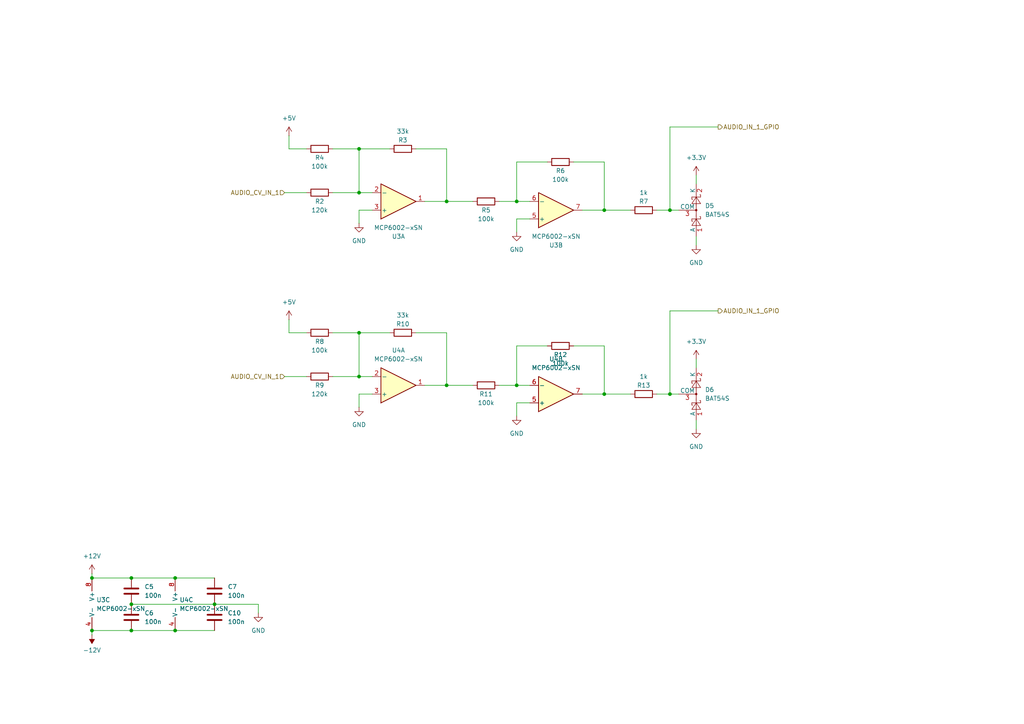
<source format=kicad_sch>
(kicad_sch (version 20250114) (generator "eeschema") (generator_version "9.0")
  (paper "A4")
  (lib_symbols
    (symbol "Amplifier_Operational:MCP6002-xSN" (pin_names (offset 0.127))
      (property "Reference" "U" (at 0 5.08 0))
      (property "Value" "MCP6002-xSN" (at 0 -5.08 0))
      (symbol "MCP6002-xSN_1_1"
        (polyline (pts (xy -5.08 5.08) (xy 5.08 0) (xy -5.08 -5.08) (xy -5.08 5.08)) (stroke (width 0.254)) (fill (type background)))
        (pin input line (at -7.62 2.54 0) (length 2.54) (name "+") (number "3"))
        (pin input line (at -7.62 -2.54 0) (length 2.54) (name "-") (number "2"))
        (pin output line (at 7.62 0 180) (length 2.54) (name "~") (number "1"))
      )
      (symbol "MCP6002-xSN_2_1"
        (polyline (pts (xy -5.08 5.08) (xy 5.08 0) (xy -5.08 -5.08) (xy -5.08 5.08)) (stroke (width 0.254)) (fill (type background)))
        (pin input line (at -7.62 2.54 0) (length 2.54) (name "+") (number "5"))
        (pin input line (at -7.62 -2.54 0) (length 2.54) (name "-") (number "6"))
        (pin output line (at 7.62 0 180) (length 2.54) (name "~") (number "7"))
      )
      (symbol "MCP6002-xSN_3_1"
        (pin power_in line (at -2.54 7.62 270) (length 3.81) (name "V+") (number "8"))
        (pin power_in line (at -2.54 -7.62 90) (length 3.81) (name "V-") (number "4"))
      )
    )
    (symbol "Device:C" (pin_numbers (hide yes)) (pin_names (offset 0.254))
      (property "Reference" "C" (at 0.635 2.54 0))
      (property "Value" "C" (at 0.635 -2.54 0))
      (symbol "C_0_1"
        (polyline (pts (xy -2.032 0.762) (xy 2.032 0.762)) (stroke (width 0.508)))
        (polyline (pts (xy -2.032 -0.762) (xy 2.032 -0.762)) (stroke (width 0.508)))
      )
      (symbol "C_1_1"
        (pin passive line (at 0 3.81 270) (length 2.794) (name "~") (number "1"))
        (pin passive line (at 0 -3.81 90) (length 2.794) (name "~") (number "2"))
      )
    )
    (symbol "Device:R" (pin_numbers (hide yes)) (pin_names (offset 0))
      (property "Reference" "R" (at 2.032 0 90))
      (property "Value" "R" (at 0 0 90))
      (symbol "R_0_1"
        (rectangle (start -1.016 -2.54) (end 1.016 2.54) (stroke (width 0.254)))
      )
      (symbol "R_1_1"
        (pin passive line (at 0 3.81 270) (length 1.27) (name "~") (number "1"))
        (pin passive line (at 0 -3.81 90) (length 1.27) (name "~") (number "2"))
      )
    )
    (symbol "Diode:BAT54S" (pin_names (offset 0))
      (property "Reference" "D" (at 2.54 -5.08 0))
      (property "Value" "BAT54S" (at -6.35 3.175 0))
      (symbol "BAT54S_0_1"
        (polyline (pts (xy -4.445 1.27) (xy -4.445 -1.27) (xy -2.54 0) (xy -4.445 1.27)))
        (polyline (pts (xy -3.81 0) (xy -1.27 0)))
        (polyline (pts (xy -3.175 -1.27) (xy -3.175 -1.016)))
        (polyline (pts (xy -2.54 1.27) (xy -1.905 1.27)))
        (polyline (pts (xy -2.54 -1.27) (xy -3.175 -1.27)))
        (polyline (pts (xy -2.54 -1.27) (xy -2.54 1.27)))
        (polyline (pts (xy -1.905 1.27) (xy -1.905 1.016)))
        (polyline (pts (xy -1.905 0) (xy 1.905 0)))
        (circle (center 0 0) (radius 0.254) (fill (type outline)))
        (polyline (pts (xy 1.27 0) (xy 3.81 0)))
        (polyline (pts (xy 1.905 1.27) (xy 1.905 -1.27) (xy 3.81 0) (xy 1.905 1.27)))
        (polyline (pts (xy 3.175 -1.27) (xy 3.175 -1.016)))
        (polyline (pts (xy 3.81 1.27) (xy 4.445 1.27)))
        (polyline (pts (xy 3.81 -1.27) (xy 3.175 -1.27)))
        (polyline (pts (xy 3.81 -1.27) (xy 3.81 1.27)))
        (polyline (pts (xy 4.445 1.27) (xy 4.445 1.016)))
      )
      (symbol "BAT54S_1_1"
        (pin passive line (at -7.62 0 0) (length 3.81) (name "A") (number "1"))
        (pin passive line (at 0 -5.08 90) (length 5.08) (name "COM") (number "3"))
        (pin passive line (at 7.62 0 180) (length 3.81) (name "K") (number "2"))
      )
    )
    (symbol "power:+12V" (power) (pin_numbers (hide yes)) (pin_names (offset 0) (hide yes))
      (property "Value" "+12V" (at 0 3.556 0))
      (symbol "+12V_0_1"
        (polyline (pts (xy -0.762 1.27) (xy 0 2.54)))
        (polyline (pts (xy 0 2.54) (xy 0.762 1.27)))
        (polyline (pts (xy 0 0) (xy 0 2.54)))
      )
      (symbol "+12V_1_1"
        (pin power_in line (at 0 0 90) (length 0) (name "~") (number "1"))
      )
    )
    (symbol "power:+3.3V" (power) (pin_numbers (hide yes)) (pin_names (offset 0) (hide yes))
      (property "Value" "+3.3V" (at 0 3.556 0))
      (symbol "+3.3V_0_1"
        (polyline (pts (xy -0.762 1.27) (xy 0 2.54)))
        (polyline (pts (xy 0 2.54) (xy 0.762 1.27)))
        (polyline (pts (xy 0 0) (xy 0 2.54)))
      )
      (symbol "+3.3V_1_1"
        (pin power_in line (at 0 0 90) (length 0) (name "~") (number "1"))
      )
    )
    (symbol "power:+5V" (power) (pin_numbers (hide yes)) (pin_names (offset 0) (hide yes))
      (property "Value" "+5V" (at 0 3.556 0))
      (symbol "+5V_0_1"
        (polyline (pts (xy -0.762 1.27) (xy 0 2.54)))
        (polyline (pts (xy 0 2.54) (xy 0.762 1.27)))
        (polyline (pts (xy 0 0) (xy 0 2.54)))
      )
      (symbol "+5V_1_1"
        (pin power_in line (at 0 0 90) (length 0) (name "~") (number "1"))
      )
    )
    (symbol "power:-12V" (power) (pin_numbers (hide yes)) (pin_names (offset 0) (hide yes))
      (property "Value" "-12V" (at 0 3.556 0))
      (symbol "-12V_0_0"
        (pin power_in line (at 0 0 90) (length 0) (name "~") (number "1"))
      )
      (symbol "-12V_0_1"
        (polyline (pts (xy 0 0) (xy 0 1.27) (xy 0.762 1.27) (xy 0 2.54) (xy -0.762 1.27) (xy 0 1.27)) (fill (type outline)))
      )
    )
    (symbol "power:GND" (power) (pin_numbers (hide yes)) (pin_names (offset 0) (hide yes))
      (property "Value" "GND" (at 0 -3.81 0))
      (symbol "GND_0_1"
        (polyline (pts (xy 0 0) (xy 0 -1.27) (xy 1.27 -1.27) (xy 0 -2.54) (xy -1.27 -1.27) (xy 0 -1.27)))
      )
      (symbol "GND_1_1"
        (pin power_in line (at 0 0 270) (length 0) (name "~") (number "1"))
      )
    )
  )
  (junction (at 149.86 111.76))
  (junction (at 149.86 58.42))
  (junction (at 129.54 111.76))
  (junction (at 194.31 114.3))
  (junction (at 194.31 60.96))
  (junction (at 129.54 58.42))
  (junction (at 26.67 182.88))
  (junction (at 104.14 43.18))
  (junction (at 175.26 60.96))
  (junction (at 38.1 167.64))
  (junction (at 104.14 55.88))
  (junction (at 104.14 109.22))
  (junction (at 50.8 167.64))
  (junction (at 26.67 167.64))
  (junction (at 38.1 182.88))
  (junction (at 50.8 182.88))
  (junction (at 175.26 114.3))
  (junction (at 104.14 96.52))
  (junction (at 62.23 175.26))
  (junction (at 38.1 175.26))
  (wire (pts (xy 175.26 46.99) (xy 175.26 60.96)))
  (wire (pts (xy 82.55 55.88) (xy 88.9 55.88)))
  (wire (pts (xy 107.95 114.3) (xy 104.14 114.3)))
  (wire (pts (xy 153.67 63.5) (xy 149.86 63.5)))
  (wire (pts (xy 129.54 58.42) (xy 137.16 58.42)))
  (wire (pts (xy 120.65 96.52) (xy 129.54 96.52)))
  (wire (pts (xy 96.52 96.52) (xy 104.14 96.52)))
  (wire (pts (xy 175.26 114.3) (xy 168.91 114.3)))
  (wire (pts (xy 26.67 167.64) (xy 38.1 167.64)))
  (wire (pts (xy 201.93 71.12) (xy 201.93 68.58)))
  (wire (pts (xy 83.82 39.37) (xy 83.82 43.18)))
  (wire (pts (xy 175.26 60.96) (xy 182.88 60.96)))
  (wire (pts (xy 83.82 96.52) (xy 88.9 96.52)))
  (wire (pts (xy 144.78 58.42) (xy 149.86 58.42)))
  (wire (pts (xy 149.86 63.5) (xy 149.86 67.31)))
  (wire (pts (xy 38.1 167.64) (xy 50.8 167.64)))
  (wire (pts (xy 129.54 43.18) (xy 129.54 58.42)))
  (wire (pts (xy 38.1 175.26) (xy 62.23 175.26)))
  (wire (pts (xy 129.54 96.52) (xy 129.54 111.76)))
  (wire (pts (xy 190.5 60.96) (xy 194.31 60.96)))
  (wire (pts (xy 74.93 177.8) (xy 74.93 175.26)))
  (wire (pts (xy 83.82 43.18) (xy 88.9 43.18)))
  (wire (pts (xy 166.37 46.99) (xy 175.26 46.99)))
  (wire (pts (xy 175.26 60.96) (xy 168.91 60.96)))
  (wire (pts (xy 104.14 60.96) (xy 104.14 64.77)))
  (wire (pts (xy 50.8 167.64) (xy 62.23 167.64)))
  (wire (pts (xy 158.75 100.33) (xy 149.86 100.33)))
  (wire (pts (xy 38.1 182.88) (xy 50.8 182.88)))
  (wire (pts (xy 120.65 43.18) (xy 129.54 43.18)))
  (wire (pts (xy 83.82 92.71) (xy 83.82 96.52)))
  (wire (pts (xy 194.31 114.3) (xy 196.85 114.3)))
  (wire (pts (xy 96.52 109.22) (xy 104.14 109.22)))
  (wire (pts (xy 129.54 111.76) (xy 137.16 111.76)))
  (wire (pts (xy 129.54 111.76) (xy 123.19 111.76)))
  (wire (pts (xy 113.03 43.18) (xy 104.14 43.18)))
  (wire (pts (xy 149.86 100.33) (xy 149.86 111.76)))
  (wire (pts (xy 201.93 104.14) (xy 201.93 106.68)))
  (wire (pts (xy 104.14 55.88) (xy 107.95 55.88)))
  (wire (pts (xy 26.67 166.37) (xy 26.67 167.64)))
  (wire (pts (xy 194.31 90.17) (xy 194.31 114.3)))
  (wire (pts (xy 175.26 100.33) (xy 175.26 114.3)))
  (wire (pts (xy 96.52 55.88) (xy 104.14 55.88)))
  (wire (pts (xy 96.52 43.18) (xy 104.14 43.18)))
  (wire (pts (xy 82.55 109.22) (xy 88.9 109.22)))
  (wire (pts (xy 104.14 96.52) (xy 104.14 109.22)))
  (wire (pts (xy 208.28 90.17) (xy 194.31 90.17)))
  (wire (pts (xy 149.86 116.84) (xy 149.86 120.65)))
  (wire (pts (xy 107.95 60.96) (xy 104.14 60.96)))
  (wire (pts (xy 149.86 111.76) (xy 153.67 111.76)))
  (wire (pts (xy 129.54 58.42) (xy 123.19 58.42)))
  (wire (pts (xy 190.5 114.3) (xy 194.31 114.3)))
  (wire (pts (xy 113.03 96.52) (xy 104.14 96.52)))
  (wire (pts (xy 201.93 124.46) (xy 201.93 121.92)))
  (wire (pts (xy 158.75 46.99) (xy 149.86 46.99)))
  (wire (pts (xy 104.14 114.3) (xy 104.14 118.11)))
  (wire (pts (xy 194.31 36.83) (xy 194.31 60.96)))
  (wire (pts (xy 175.26 114.3) (xy 182.88 114.3)))
  (wire (pts (xy 194.31 60.96) (xy 196.85 60.96)))
  (wire (pts (xy 149.86 46.99) (xy 149.86 58.42)))
  (wire (pts (xy 153.67 116.84) (xy 149.86 116.84)))
  (wire (pts (xy 166.37 100.33) (xy 175.26 100.33)))
  (wire (pts (xy 26.67 182.88) (xy 38.1 182.88)))
  (wire (pts (xy 26.67 184.15) (xy 26.67 182.88)))
  (wire (pts (xy 208.28 36.83) (xy 194.31 36.83)))
  (wire (pts (xy 104.14 43.18) (xy 104.14 55.88)))
  (wire (pts (xy 149.86 58.42) (xy 153.67 58.42)))
  (wire (pts (xy 74.93 175.26) (xy 62.23 175.26)))
  (wire (pts (xy 104.14 109.22) (xy 107.95 109.22)))
  (wire (pts (xy 50.8 182.88) (xy 62.23 182.88)))
  (wire (pts (xy 144.78 111.76) (xy 149.86 111.76)))
  (wire (pts (xy 201.93 50.8) (xy 201.93 53.34)))
  (hierarchical_label "AUDIO_CV_IN_1" (shape input) (at 82.55 55.88 180))
  (hierarchical_label "AUDIO_CV_IN_1" (shape input) (at 82.55 109.22 180))
  (hierarchical_label "AUDIO_IN_1_GPIO" (shape output) (at 208.28 90.17 0))
  (hierarchical_label "AUDIO_IN_1_GPIO" (shape output) (at 208.28 36.83 0))
  (symbol (lib_id "power:+12V") (at 26.67 166.37 0) (unit 1)
    (property "Reference" "#PWR04" (effects (hide yes)))
    (property "Value" "+12V" (at 26.67 161.29 0))
    (property "Description" "Power symbol creates a global label with name \"+12V\"" (effects (hide yes)))
  )
  (symbol (lib_id "power:+5V") (at 83.82 39.37 0) (unit 1)
    (property "Reference" "#PWR08" (effects (hide yes)))
    (property "Value" "+5V" (at 83.82 34.29 0))
    (property "Description" "Power symbol creates a global label with name \"+5V\"" (effects (hide yes)))
  )
  (symbol (lib_id "Device:R") (at 140.97 58.42 90) (unit 1)
    (property "Reference" "R5" (at 140.97 60.96 90))
    (property "Value" "100k" (at 140.97 63.5 90))
    (property "Footprint" "Resistor_SMD:R_0603_1608Metric" (effects (hide yes)))
    (property "LCSC" "C25803" (effects (hide yes)))
    (property "Vendor" "JLCPCB" (effects (hide yes)))
  )
  (symbol (lib_id "Amplifier_Operational:MCP6002-xSN") (at 53.34 175.26 0) (unit 3)
    (property "Reference" "U4" (at 52.07 173.9899 0) (effects (justify left)))
    (property "Value" "MCP6002-xSN" (at 52.07 176.5299 0) (effects (justify left)))
    (property "Datasheet" "http://ww1.microchip.com/downloads/en/DeviceDoc/21733j.pdf" (effects (hide yes)))
    (property "Description" "1MHz, Low-Power Op Amp, SOIC-8" (effects (hide yes)))
  )
  (symbol (lib_id "power:GND") (at 74.93 177.8 0) (unit 1)
    (property "Reference" "#PWR06" (effects (hide yes)))
    (property "Value" "GND" (at 74.93 182.88 0))
    (property "Description" "Power symbol creates a global label with name \"GND\" , ground" (effects (hide yes)))
  )
  (symbol (lib_id "Diode:BAT54S") (at 201.93 60.96 270) (mirror x) (unit 1)
    (property "Reference" "D5" (at 204.47 59.6899 90) (effects (justify left)))
    (property "Value" "BAT54S" (at 204.47 62.2299 90) (effects (justify left)))
    (property "Footprint" "Package_TO_SOT_SMD:SOT-23" (effects (hide yes)))
    (property "Datasheet" "https://www.diodes.com/assets/Datasheets/ds11005.pdf" (effects (hide yes)))
    (property "Description" "Vr 30V, If 200mA, Dual schottky barrier diode, in series, SOT-323" (effects (hide yes)))
    (property "Vendor" "JLCPCB" (effects (hide yes)))
    (property "LCSC" "C7420333" (effects (hide yes)))
  )
  (symbol (lib_id "Amplifier_Operational:MCP6002-xSN") (at 161.29 60.96 0) (mirror x) (unit 2)
    (property "Reference" "U3" (at 161.29 71.12 0))
    (property "Value" "MCP6002-xSN" (at 161.29 68.58 0))
    (property "Datasheet" "http://ww1.microchip.com/downloads/en/DeviceDoc/21733j.pdf" (effects (hide yes)))
    (property "Description" "1MHz, Low-Power Op Amp, SOIC-8" (effects (hide yes)))
  )
  (symbol (lib_id "power:GND") (at 149.86 120.65 0) (unit 1)
    (property "Reference" "#PWR026" (effects (hide yes)))
    (property "Value" "GND" (at 149.86 125.73 0))
    (property "Description" "Power symbol creates a global label with name \"GND\" , ground" (effects (hide yes)))
  )
  (symbol (lib_id "power:GND") (at 149.86 67.31 0) (unit 1)
    (property "Reference" "#PWR09" (effects (hide yes)))
    (property "Value" "GND" (at 149.86 72.39 0))
    (property "Description" "Power symbol creates a global label with name \"GND\" , ground" (effects (hide yes)))
  )
  (symbol (lib_id "Device:R") (at 186.69 60.96 90) (mirror x) (unit 1)
    (property "Reference" "R7" (at 186.69 58.42 90))
    (property "Value" "1k" (at 186.69 55.88 90))
    (property "Footprint" "Resistor_SMD:R_0603_1608Metric" (effects (hide yes)))
    (property "Vendor" "JLCPCB" (effects (hide yes)))
  )
  (symbol (lib_id "Device:R") (at 186.69 114.3 90) (mirror x) (unit 1)
    (property "Reference" "R13" (at 186.69 111.76 90))
    (property "Value" "1k" (at 186.69 109.22 90))
    (property "Footprint" "Resistor_SMD:R_0603_1608Metric" (effects (hide yes)))
    (property "Vendor" "JLCPCB" (effects (hide yes)))
  )
  (symbol (lib_id "power:GND") (at 201.93 71.12 0) (unit 1)
    (property "Reference" "#PWR023" (effects (hide yes)))
    (property "Value" "GND" (at 201.93 76.2 0))
    (property "Description" "Power symbol creates a global label with name \"GND\" , ground" (effects (hide yes)))
  )
  (symbol (lib_id "Amplifier_Operational:MCP6002-xSN") (at 115.57 111.76 0) (mirror x) (unit 1)
    (property "Reference" "U4" (at 115.57 101.6 0))
    (property "Value" "MCP6002-xSN" (at 115.57 104.14 0))
    (property "Datasheet" "http://ww1.microchip.com/downloads/en/DeviceDoc/21733j.pdf" (effects (hide yes)))
    (property "Description" "1MHz, Low-Power Op Amp, SOIC-8" (effects (hide yes)))
  )
  (symbol (lib_id "Device:C") (at 62.23 179.07 0) (unit 1)
    (property "Reference" "C10" (at 66.04 177.8 0) (effects (justify left)))
    (property "Value" "100n" (at 66.04 180.34 0) (effects (justify left)))
    (property "Footprint" "Capacitor_SMD:C_0603_1608Metric" (effects (hide yes)))
    (property "LCSC" "C14663" (effects (hide yes)))
    (property "Vendor" "JLCPCB" (effects (hide yes)))
  )
  (symbol (lib_id "Device:C") (at 62.23 171.45 0) (unit 1)
    (property "Reference" "C7" (at 66.04 170.18 0) (effects (justify left)))
    (property "Value" "100n" (at 66.04 172.72 0) (effects (justify left)))
    (property "Footprint" "Capacitor_SMD:C_0603_1608Metric" (effects (hide yes)))
    (property "LCSC" "C14663" (effects (hide yes)))
    (property "Vendor" "JLCPCB" (effects (hide yes)))
  )
  (symbol (lib_id "Device:R") (at 116.84 96.52 90) (mirror x) (unit 1)
    (property "Reference" "R10" (at 116.84 93.98 90))
    (property "Value" "33k" (at 116.84 91.44 90))
    (property "Footprint" "Resistor_SMD:R_0603_1608Metric" (effects (hide yes)))
    (property "Vendor" "JLCPCB" (effects (hide yes)))
  )
  (symbol (lib_id "Device:R") (at 92.71 43.18 90) (unit 1)
    (property "Reference" "R4" (at 92.71 45.72 90))
    (property "Value" "100k" (at 92.71 48.26 90))
    (property "Footprint" "Resistor_SMD:R_0603_1608Metric" (effects (hide yes)))
    (property "LCSC" "C25803" (effects (hide yes)))
    (property "Vendor" "JLCPCB" (effects (hide yes)))
  )
  (symbol (lib_id "Device:R") (at 92.71 55.88 90) (unit 1)
    (property "Reference" "R2" (at 92.71 58.42 90))
    (property "Value" "120k" (at 92.71 60.96 90))
    (property "Footprint" "Resistor_SMD:R_0603_1608Metric" (effects (hide yes)))
    (property "Vendor" "JLCPCB" (effects (hide yes)))
  )
  (symbol (lib_id "power:GND") (at 104.14 64.77 0) (unit 1)
    (property "Reference" "#PWR07" (effects (hide yes)))
    (property "Value" "GND" (at 104.14 69.85 0))
    (property "Description" "Power symbol creates a global label with name \"GND\" , ground" (effects (hide yes)))
  )
  (symbol (lib_id "Device:R") (at 92.71 109.22 90) (unit 1)
    (property "Reference" "R9" (at 92.71 111.76 90))
    (property "Value" "120k" (at 92.71 114.3 90))
    (property "Footprint" "Resistor_SMD:R_0603_1608Metric" (effects (hide yes)))
    (property "Vendor" "JLCPCB" (effects (hide yes)))
  )
  (symbol (lib_id "Device:R") (at 92.71 96.52 90) (unit 1)
    (property "Reference" "R8" (at 92.71 99.06 90))
    (property "Value" "100k" (at 92.71 101.6 90))
    (property "Footprint" "Resistor_SMD:R_0603_1608Metric" (effects (hide yes)))
    (property "LCSC" "C25803" (effects (hide yes)))
    (property "Vendor" "JLCPCB" (effects (hide yes)))
  )
  (symbol (lib_id "Diode:BAT54S") (at 201.93 114.3 270) (mirror x) (unit 1)
    (property "Reference" "D6" (at 204.47 113.0299 90) (effects (justify left)))
    (property "Value" "BAT54S" (at 204.47 115.5699 90) (effects (justify left)))
    (property "Footprint" "Package_TO_SOT_SMD:SOT-23" (effects (hide yes)))
    (property "Datasheet" "https://www.diodes.com/assets/Datasheets/ds11005.pdf" (effects (hide yes)))
    (property "Description" "Vr 30V, If 200mA, Dual schottky barrier diode, in series, SOT-323" (effects (hide yes)))
    (property "Vendor" "JLCPCB" (effects (hide yes)))
    (property "LCSC" "C7420333" (effects (hide yes)))
  )
  (symbol (lib_id "power:+5V") (at 83.82 92.71 0) (unit 1)
    (property "Reference" "#PWR024" (effects (hide yes)))
    (property "Value" "+5V" (at 83.82 87.63 0))
    (property "Description" "Power symbol creates a global label with name \"+5V\"" (effects (hide yes)))
  )
  (symbol (lib_id "Amplifier_Operational:MCP6002-xSN") (at 29.21 175.26 0) (unit 3)
    (property "Reference" "U3" (at 27.94 173.9899 0) (effects (justify left)))
    (property "Value" "MCP6002-xSN" (at 27.94 176.5299 0) (effects (justify left)))
    (property "Datasheet" "http://ww1.microchip.com/downloads/en/DeviceDoc/21733j.pdf" (effects (hide yes)))
    (property "Description" "1MHz, Low-Power Op Amp, SOIC-8" (effects (hide yes)))
  )
  (symbol (lib_id "power:-12V") (at 26.67 184.15 180) (unit 1)
    (property "Reference" "#PWR05" (effects (hide yes)))
    (property "Value" "-12V" (at 26.67 188.595 0))
    (property "Description" "Power symbol creates a global label with name \"-12V\"" (effects (hide yes)))
  )
  (symbol (lib_id "power:+3.3V") (at 201.93 104.14 0) (unit 1)
    (property "Reference" "#PWR027" (effects (hide yes)))
    (property "Value" "+3.3V" (at 201.93 99.06 0))
    (property "Description" "Power symbol creates a global label with name \"+3.3V\"" (effects (hide yes)))
  )
  (symbol (lib_id "Device:R") (at 140.97 111.76 90) (unit 1)
    (property "Reference" "R11" (at 140.97 114.3 90))
    (property "Value" "100k" (at 140.97 116.84 90))
    (property "Footprint" "Resistor_SMD:R_0603_1608Metric" (effects (hide yes)))
    (property "LCSC" "C25803" (effects (hide yes)))
    (property "Vendor" "JLCPCB" (effects (hide yes)))
  )
  (symbol (lib_id "power:+3.3V") (at 201.93 50.8 0) (unit 1)
    (property "Reference" "#PWR022" (effects (hide yes)))
    (property "Value" "+3.3V" (at 201.93 45.72 0))
    (property "Description" "Power symbol creates a global label with name \"+3.3V\"" (effects (hide yes)))
  )
  (symbol (lib_id "Device:R") (at 116.84 43.18 90) (mirror x) (unit 1)
    (property "Reference" "R3" (at 116.84 40.64 90))
    (property "Value" "33k" (at 116.84 38.1 90))
    (property "Footprint" "Resistor_SMD:R_0603_1608Metric" (effects (hide yes)))
    (property "Vendor" "JLCPCB" (effects (hide yes)))
  )
  (symbol (lib_id "Device:C") (at 38.1 171.45 0) (unit 1)
    (property "Reference" "C5" (at 41.91 170.18 0) (effects (justify left)))
    (property "Value" "100n" (at 41.91 172.72 0) (effects (justify left)))
    (property "Footprint" "Capacitor_SMD:C_0603_1608Metric" (effects (hide yes)))
    (property "LCSC" "C14663" (effects (hide yes)))
    (property "Vendor" "JLCPCB" (effects (hide yes)))
  )
  (symbol (lib_id "Amplifier_Operational:MCP6002-xSN") (at 161.29 114.3 0) (mirror x) (unit 2)
    (property "Reference" "U4" (at 161.29 104.14 0))
    (property "Value" "MCP6002-xSN" (at 161.29 106.68 0))
    (property "Datasheet" "http://ww1.microchip.com/downloads/en/DeviceDoc/21733j.pdf" (effects (hide yes)))
    (property "Description" "1MHz, Low-Power Op Amp, SOIC-8" (effects (hide yes)))
  )
  (symbol (lib_id "power:GND") (at 104.14 118.11 0) (unit 1)
    (property "Reference" "#PWR025" (effects (hide yes)))
    (property "Value" "GND" (at 104.14 123.19 0))
    (property "Description" "Power symbol creates a global label with name \"GND\" , ground" (effects (hide yes)))
  )
  (symbol (lib_id "power:GND") (at 201.93 124.46 0) (unit 1)
    (property "Reference" "#PWR028" (effects (hide yes)))
    (property "Value" "GND" (at 201.93 129.54 0))
    (property "Description" "Power symbol creates a global label with name \"GND\" , ground" (effects (hide yes)))
  )
  (symbol (lib_id "Device:C") (at 38.1 179.07 0) (unit 1)
    (property "Reference" "C6" (at 41.91 177.8 0) (effects (justify left)))
    (property "Value" "100n" (at 41.91 180.34 0) (effects (justify left)))
    (property "Footprint" "Capacitor_SMD:C_0603_1608Metric" (effects (hide yes)))
    (property "LCSC" "C14663" (effects (hide yes)))
    (property "Vendor" "JLCPCB" (effects (hide yes)))
  )
  (symbol (lib_id "Device:R") (at 162.56 100.33 90) (unit 1)
    (property "Reference" "R12" (at 162.56 102.87 90))
    (property "Value" "100k" (at 162.56 105.41 90))
    (property "Footprint" "Resistor_SMD:R_0603_1608Metric" (effects (hide yes)))
    (property "LCSC" "C25803" (effects (hide yes)))
    (property "Vendor" "JLCPCB" (effects (hide yes)))
  )
  (symbol (lib_id "Device:R") (at 162.56 46.99 90) (unit 1)
    (property "Reference" "R6" (at 162.56 49.53 90))
    (property "Value" "100k" (at 162.56 52.07 90))
    (property "Footprint" "Resistor_SMD:R_0603_1608Metric" (effects (hide yes)))
    (property "LCSC" "C25803" (effects (hide yes)))
    (property "Vendor" "JLCPCB" (effects (hide yes)))
  )
  (symbol (lib_id "Amplifier_Operational:MCP6002-xSN") (at 115.57 58.42 0) (mirror x) (unit 1)
    (property "Reference" "U3" (at 115.57 68.58 0))
    (property "Value" "MCP6002-xSN" (at 115.57 66.04 0))
    (property "Datasheet" "http://ww1.microchip.com/downloads/en/DeviceDoc/21733j.pdf" (effects (hide yes)))
    (property "Description" "1MHz, Low-Power Op Amp, SOIC-8" (effects (hide yes)))
  )
)
</source>
